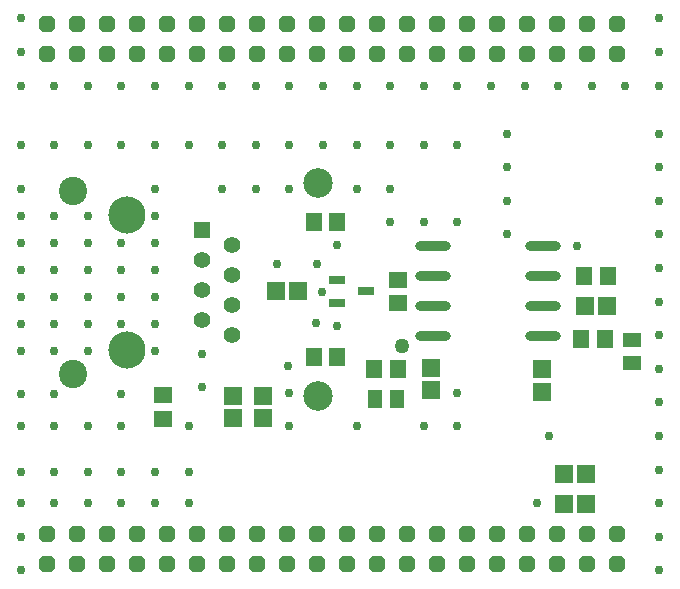
<source format=gbr>
G04 Layer_Color=8388736*
%FSLAX26Y26*%
%MOIN*%
%TF.FileFunction,Soldermask,Top*%
%TF.Part,Single*%
G01*
G75*
%TA.AperFunction,SMDPad,CuDef*%
%ADD10R,0.059055X0.062992*%
%ADD11R,0.062992X0.059055*%
%ADD12R,0.059055X0.051181*%
%ADD13R,0.051181X0.059055*%
%ADD14R,0.059055X0.055118*%
%ADD15R,0.055118X0.059055*%
%ADD16O,0.118110X0.031496*%
%TA.AperFunction,ComponentPad*%
%ADD25C,0.098425*%
%ADD26C,0.094488*%
%ADD27C,0.124016*%
%ADD28C,0.055118*%
%ADD29R,0.055118X0.055118*%
G04:AMPARAMS|DCode=30|XSize=53.37mil|YSize=53.37mil|CornerRadius=0mil|HoleSize=0mil|Usage=FLASHONLY|Rotation=270.000|XOffset=0mil|YOffset=0mil|HoleType=Round|Shape=Octagon|*
%AMOCTAGOND30*
4,1,8,-0.013342,-0.026685,0.013342,-0.026685,0.026685,-0.013342,0.026685,0.013342,0.013342,0.026685,-0.013342,0.026685,-0.026685,0.013342,-0.026685,-0.013342,-0.013342,-0.026685,0.0*
%
%ADD30OCTAGOND30*%

%TA.AperFunction,ViaPad*%
%ADD31C,0.030000*%
%ADD32C,0.050000*%
%TA.AperFunction,SMDPad,CuDef*%
%ADD34R,0.055118X0.027559*%
D10*
X1882599Y-1700000D02*
D03*
X1957402D02*
D03*
Y-1600000D02*
D03*
X1882599D02*
D03*
X1952598Y-1040000D02*
D03*
X2027401D02*
D03*
X997402Y-990000D02*
D03*
X922598D02*
D03*
D11*
X1810000Y-1324803D02*
D03*
Y-1250000D02*
D03*
X1440000Y-1245197D02*
D03*
Y-1320000D02*
D03*
X880000Y-1337598D02*
D03*
Y-1412401D02*
D03*
X780000D02*
D03*
Y-1337598D02*
D03*
D12*
X2110000Y-1227402D02*
D03*
Y-1152599D02*
D03*
D13*
X1252599Y-1350000D02*
D03*
X1327402D02*
D03*
D14*
X545000Y-1415000D02*
D03*
Y-1336260D02*
D03*
X1330000Y-1029370D02*
D03*
Y-950630D02*
D03*
D15*
X1940630Y-1150000D02*
D03*
X2019370D02*
D03*
X2029370Y-940000D02*
D03*
X1950630D02*
D03*
X1329370Y-1250000D02*
D03*
X1250630D02*
D03*
X1127244Y-760000D02*
D03*
X1048504D02*
D03*
Y-1210000D02*
D03*
X1127244D02*
D03*
D16*
X1813071Y-1140000D02*
D03*
Y-1040000D02*
D03*
Y-940000D02*
D03*
Y-840000D02*
D03*
X1446929D02*
D03*
Y-940000D02*
D03*
Y-1040000D02*
D03*
Y-1140000D02*
D03*
D25*
X1064252Y-1340000D02*
D03*
Y-630000D02*
D03*
D26*
X247953Y-1265118D02*
D03*
Y-654882D02*
D03*
D27*
X427874Y-1185000D02*
D03*
Y-735000D02*
D03*
D28*
X777874Y-1135000D02*
D03*
Y-1035000D02*
D03*
Y-935000D02*
D03*
Y-835000D02*
D03*
X677874Y-885000D02*
D03*
Y-985000D02*
D03*
Y-1085000D02*
D03*
D29*
X677874Y-785000D02*
D03*
D30*
X1960000Y-1900000D02*
D03*
X2060000D02*
D03*
Y-1800000D02*
D03*
X1960000D02*
D03*
X1860000D02*
D03*
X1760000D02*
D03*
X1660000D02*
D03*
X1560000D02*
D03*
Y-1900000D02*
D03*
X1660000D02*
D03*
X1760000D02*
D03*
X1860000D02*
D03*
X1460000Y-1800000D02*
D03*
X1360000D02*
D03*
X1260000D02*
D03*
X1160000D02*
D03*
Y-1900000D02*
D03*
X1260000D02*
D03*
X1360000D02*
D03*
X1460000D02*
D03*
X1060000Y-1800000D02*
D03*
X960000D02*
D03*
X860000D02*
D03*
Y-1900000D02*
D03*
X960000D02*
D03*
X1060000D02*
D03*
X760000Y-1800000D02*
D03*
X660000D02*
D03*
X560000D02*
D03*
X460000D02*
D03*
Y-1900000D02*
D03*
X560000D02*
D03*
X660000D02*
D03*
X760000D02*
D03*
X360000Y-1800000D02*
D03*
X260000D02*
D03*
X160000D02*
D03*
Y-1900000D02*
D03*
X260000D02*
D03*
X360000D02*
D03*
X1960000Y-200000D02*
D03*
X2060000D02*
D03*
Y-100000D02*
D03*
X1960000D02*
D03*
X1860000D02*
D03*
Y-200000D02*
D03*
X1760000D02*
D03*
Y-100000D02*
D03*
X1660000D02*
D03*
Y-200000D02*
D03*
X1560000D02*
D03*
Y-100000D02*
D03*
X1460000D02*
D03*
Y-200000D02*
D03*
X1360000D02*
D03*
Y-100000D02*
D03*
X1260000D02*
D03*
Y-200000D02*
D03*
X1160000D02*
D03*
Y-100000D02*
D03*
X1060000D02*
D03*
Y-200000D02*
D03*
X960000D02*
D03*
Y-100000D02*
D03*
X860000D02*
D03*
Y-200000D02*
D03*
X760000D02*
D03*
Y-100000D02*
D03*
X660000D02*
D03*
Y-200000D02*
D03*
X560000D02*
D03*
Y-100000D02*
D03*
X460000D02*
D03*
Y-200000D02*
D03*
X360000D02*
D03*
Y-100000D02*
D03*
X260000D02*
D03*
Y-200000D02*
D03*
X160000D02*
D03*
Y-100000D02*
D03*
D31*
X2200000Y-1920000D02*
D03*
Y-1808000D02*
D03*
Y-1696000D02*
D03*
Y-1584000D02*
D03*
Y-1472000D02*
D03*
Y-1360000D02*
D03*
Y-1248000D02*
D03*
Y-1136000D02*
D03*
Y-1024000D02*
D03*
Y-912000D02*
D03*
Y-800000D02*
D03*
X1925000Y-840000D02*
D03*
X2200000Y-688000D02*
D03*
Y-576000D02*
D03*
Y-464000D02*
D03*
Y-304000D02*
D03*
X2088000D02*
D03*
X1976000D02*
D03*
X2200000Y-192000D02*
D03*
Y-80000D02*
D03*
X1864000Y-304000D02*
D03*
X1752000D02*
D03*
X1640000D02*
D03*
X1528000D02*
D03*
Y-503000D02*
D03*
X1693000Y-464000D02*
D03*
Y-576000D02*
D03*
Y-688000D02*
D03*
Y-800000D02*
D03*
X1528000Y-760000D02*
D03*
Y-1328000D02*
D03*
Y-1440000D02*
D03*
X1834000Y-1472000D02*
D03*
X1793000Y-1696000D02*
D03*
X1416000Y-1440000D02*
D03*
X1192000D02*
D03*
X1304000Y-760000D02*
D03*
X1416000D02*
D03*
X1304000Y-648000D02*
D03*
X1192000D02*
D03*
Y-503000D02*
D03*
X1304000D02*
D03*
X1416000D02*
D03*
Y-304000D02*
D03*
X1304000D02*
D03*
X1192000D02*
D03*
X1080000D02*
D03*
X968000D02*
D03*
X856000D02*
D03*
Y-503000D02*
D03*
X968000D02*
D03*
X1080000D02*
D03*
X968000Y-648000D02*
D03*
X856000D02*
D03*
X927000Y-898000D02*
D03*
X1059000D02*
D03*
X1075000Y-993000D02*
D03*
X1056000Y-1096000D02*
D03*
X1128000Y-835000D02*
D03*
X1127000Y-1106000D02*
D03*
X964000Y-1239000D02*
D03*
X968000Y-1328000D02*
D03*
Y-1440000D02*
D03*
X520000Y-1098000D02*
D03*
Y-1008000D02*
D03*
Y-918000D02*
D03*
Y-828000D02*
D03*
Y-738000D02*
D03*
X408000Y-828000D02*
D03*
Y-918000D02*
D03*
Y-1008000D02*
D03*
Y-1098000D02*
D03*
X520000Y-1188000D02*
D03*
X677875Y-1197000D02*
D03*
Y-1309000D02*
D03*
X632000Y-1440000D02*
D03*
X408000D02*
D03*
Y-1331000D02*
D03*
Y-1593000D02*
D03*
Y-1696000D02*
D03*
X520000D02*
D03*
Y-1593000D02*
D03*
X632000D02*
D03*
Y-1696000D02*
D03*
X296000Y-1440000D02*
D03*
X184000D02*
D03*
Y-1331000D02*
D03*
X72000D02*
D03*
Y-1440000D02*
D03*
Y-1188000D02*
D03*
X184000D02*
D03*
X296000D02*
D03*
Y-1593000D02*
D03*
Y-1696000D02*
D03*
X184000D02*
D03*
Y-1593000D02*
D03*
X72000D02*
D03*
Y-1696000D02*
D03*
Y-1808000D02*
D03*
Y-1920000D02*
D03*
Y-1098000D02*
D03*
Y-1008000D02*
D03*
Y-918000D02*
D03*
Y-828000D02*
D03*
Y-738000D02*
D03*
X184000D02*
D03*
Y-828000D02*
D03*
Y-918000D02*
D03*
Y-1008000D02*
D03*
Y-1098000D02*
D03*
X296000D02*
D03*
Y-1008000D02*
D03*
Y-918000D02*
D03*
Y-828000D02*
D03*
Y-738000D02*
D03*
X520000Y-648000D02*
D03*
Y-503000D02*
D03*
X408000D02*
D03*
X632000D02*
D03*
X744000D02*
D03*
Y-648000D02*
D03*
Y-304000D02*
D03*
X632000D02*
D03*
X520000D02*
D03*
X408000D02*
D03*
X296000D02*
D03*
X184000D02*
D03*
X72000D02*
D03*
Y-192000D02*
D03*
Y-80000D02*
D03*
Y-503000D02*
D03*
X184000D02*
D03*
X296000D02*
D03*
X72000Y-648000D02*
D03*
D32*
X1342000Y-1172000D02*
D03*
D34*
X1221732Y-990000D02*
D03*
X1127244Y-952598D02*
D03*
Y-1027402D02*
D03*
%TF.MD5,41598f2f341664f092fb0fa30fca0a2c*%
M02*

</source>
